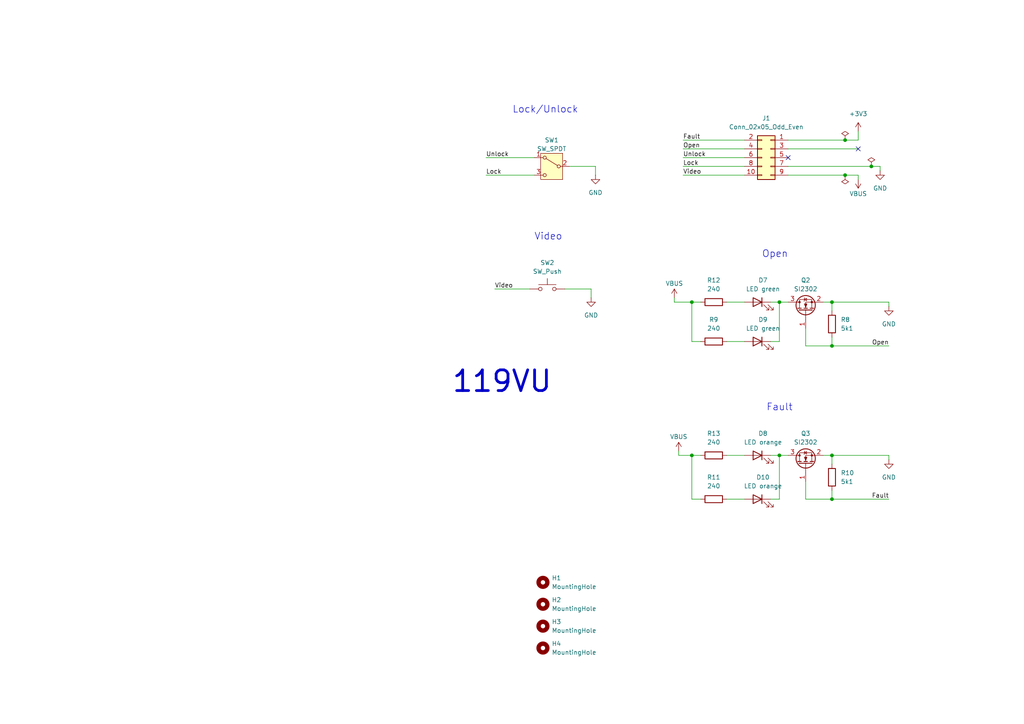
<source format=kicad_sch>
(kicad_sch (version 20231120) (generator "eeschema") (generator_version "8.0")
  (paper "A4")
  (lib_symbols
    (symbol "Connector_Generic:Conn_02x05_Odd_Even" (pin_names (offset 1.016) hide)
      (property "Reference" "J" (at 1.27 7.62 0))
      (property "Value" "Conn_02x05_Odd_Even" (at 1.27 -7.62 0))
      (symbol "Conn_02x05_Odd_Even_1_1"
        (rectangle (start -1.27 -4.953) (end 0 -5.207) (stroke (width 0.1524)))
        (rectangle (start -1.27 -2.413) (end 0 -2.667) (stroke (width 0.1524)))
        (rectangle (start -1.27 0.127) (end 0 -0.127) (stroke (width 0.1524)))
        (rectangle (start -1.27 2.667) (end 0 2.413) (stroke (width 0.1524)))
        (rectangle (start -1.27 5.207) (end 0 4.953) (stroke (width 0.1524)))
        (rectangle (start -1.27 6.35) (end 3.81 -6.35) (stroke (width 0.254)) (fill (type background)))
        (rectangle (start 3.81 -4.953) (end 2.54 -5.207) (stroke (width 0.1524)))
        (rectangle (start 3.81 -2.413) (end 2.54 -2.667) (stroke (width 0.1524)))
        (rectangle (start 3.81 0.127) (end 2.54 -0.127) (stroke (width 0.1524)))
        (rectangle (start 3.81 2.667) (end 2.54 2.413) (stroke (width 0.1524)))
        (rectangle (start 3.81 5.207) (end 2.54 4.953) (stroke (width 0.1524)))
        (pin passive line (at -5.08 5.08 0) (length 3.81) (name "Pin_1") (number "1"))
        (pin passive line (at 7.62 -5.08 180) (length 3.81) (name "Pin_10") (number "10"))
        (pin passive line (at 7.62 5.08 180) (length 3.81) (name "Pin_2") (number "2"))
        (pin passive line (at -5.08 2.54 0) (length 3.81) (name "Pin_3") (number "3"))
        (pin passive line (at 7.62 2.54 180) (length 3.81) (name "Pin_4") (number "4"))
        (pin passive line (at -5.08 0 0) (length 3.81) (name "Pin_5") (number "5"))
        (pin passive line (at 7.62 0 180) (length 3.81) (name "Pin_6") (number "6"))
        (pin passive line (at -5.08 -2.54 0) (length 3.81) (name "Pin_7") (number "7"))
        (pin passive line (at 7.62 -2.54 180) (length 3.81) (name "Pin_8") (number "8"))
        (pin passive line (at -5.08 -5.08 0) (length 3.81) (name "Pin_9") (number "9"))
      )
    )
    (symbol "Device:LED" (pin_numbers hide) (pin_names (offset 1.016) hide)
      (property "Reference" "D" (at 0 2.54 0))
      (property "Value" "LED" (at 0 -2.54 0))
      (symbol "LED_0_1"
        (polyline (pts (xy -1.27 -1.27) (xy -1.27 1.27)) (stroke (width 0.254)))
        (polyline (pts (xy -1.27 0) (xy 1.27 0)))
        (polyline (pts (xy 1.27 -1.27) (xy 1.27 1.27) (xy -1.27 0) (xy 1.27 -1.27)) (stroke (width 0.254)))
        (polyline (pts (xy -3.048 -0.762) (xy -4.572 -2.286) (xy -3.81 -2.286) (xy -4.572 -2.286) (xy -4.572 -1.524)))
        (polyline (pts (xy -1.778 -0.762) (xy -3.302 -2.286) (xy -2.54 -2.286) (xy -3.302 -2.286) (xy -3.302 -1.524)))
      )
      (symbol "LED_1_1"
        (pin passive line (at -3.81 0 0) (length 2.54) (name "K") (number "1"))
        (pin passive line (at 3.81 0 180) (length 2.54) (name "A") (number "2"))
      )
    )
    (symbol "Device:R" (pin_numbers hide) (pin_names (offset 0))
      (property "Reference" "R" (at 2.032 0 90))
      (property "Value" "R" (at 0 0 90))
      (symbol "R_0_1"
        (rectangle (start -1.016 -2.54) (end 1.016 2.54) (stroke (width 0.254)))
      )
      (symbol "R_1_1"
        (pin passive line (at 0 3.81 270) (length 1.27) (name "~") (number "1"))
        (pin passive line (at 0 -3.81 90) (length 1.27) (name "~") (number "2"))
      )
    )
    (symbol "GND_1" (power) (pin_numbers hide) (pin_names (offset 0) hide)
      (property "Value" "GND" (at 0 -3.81 0))
      (symbol "GND_1_0_1"
        (polyline (pts (xy 0 0) (xy 0 -1.27) (xy 1.27 -1.27) (xy 0 -2.54) (xy -1.27 -1.27) (xy 0 -1.27)))
      )
      (symbol "GND_1_1_1"
        (pin power_in line (at 0 0 270) (length 0) (name "~") (number "1"))
      )
    )
    (symbol "GND_2" (power) (pin_numbers hide) (pin_names (offset 0) hide)
      (property "Value" "GND" (at 0 -3.81 0))
      (symbol "GND_2_0_1"
        (polyline (pts (xy 0 0) (xy 0 -1.27) (xy 1.27 -1.27) (xy 0 -2.54) (xy -1.27 -1.27) (xy 0 -1.27)))
      )
      (symbol "GND_2_1_1"
        (pin power_in line (at 0 0 270) (length 0) (name "~") (number "1"))
      )
    )
    (symbol "Mechanical:MountingHole" (pin_names (offset 1.016))
      (property "Reference" "H" (at 0 5.08 0))
      (property "Value" "MountingHole" (at 0 3.175 0))
      (symbol "MountingHole_0_1"
        (circle (center 0 0) (radius 1.27) (stroke (width 1.27)))
      )
    )
    (symbol "Switch:SW_Push" (pin_numbers hide) (pin_names (offset 1.016) hide)
      (property "Reference" "SW" (at 1.27 2.54 0))
      (property "Value" "SW_Push" (at 0 -1.524 0))
      (symbol "SW_Push_0_1"
        (circle (center -2.032 0) (radius 0.508))
        (polyline (pts (xy 0 1.27) (xy 0 3.048)))
        (polyline (pts (xy 2.54 1.27) (xy -2.54 1.27)))
        (circle (center 2.032 0) (radius 0.508))
        (pin passive line (at -5.08 0 0) (length 2.54) (name "1") (number "1"))
        (pin passive line (at 5.08 0 180) (length 2.54) (name "2") (number "2"))
      )
    )
    (symbol "Switch:SW_SPDT" (pin_names (offset 0) hide)
      (property "Reference" "SW" (at 0 5.08 0))
      (property "Value" "SW_SPDT" (at 0 -5.08 0))
      (symbol "SW_SPDT_0_1"
        (circle (center -2.032 0) (radius 0.4572))
        (polyline (pts (xy -1.651 0.254) (xy 1.651 2.286)))
        (circle (center 2.032 -2.54) (radius 0.4572))
        (circle (center 2.032 2.54) (radius 0.4572))
      )
      (symbol "SW_SPDT_1_1"
        (rectangle (start -3.175 3.81) (end 3.175 -3.81) (fill (type background)))
        (pin passive line (at 5.08 2.54 180) (length 2.54) (name "A") (number "1"))
        (pin passive line (at -5.08 0 0) (length 2.54) (name "B") (number "2"))
        (pin passive line (at 5.08 -2.54 180) (length 2.54) (name "C") (number "3"))
      )
    )
    (symbol "Transistor_FET:2N7002K" (pin_names hide)
      (property "Reference" "Q" (at 5.08 1.905 0))
      (property "Value" "2N7002K" (at 5.08 0 0))
      (symbol "2N7002K_0_1"
        (polyline (pts (xy 0.254 0) (xy -2.54 0)))
        (polyline (pts (xy 0.254 1.905) (xy 0.254 -1.905)) (stroke (width 0.254)))
        (polyline (pts (xy 0.762 -1.27) (xy 0.762 -2.286)) (stroke (width 0.254)))
        (polyline (pts (xy 0.762 0.508) (xy 0.762 -0.508)) (stroke (width 0.254)))
        (polyline (pts (xy 0.762 2.286) (xy 0.762 1.27)) (stroke (width 0.254)))
        (polyline (pts (xy 2.54 2.54) (xy 2.54 1.778)))
        (polyline (pts (xy 2.54 -2.54) (xy 2.54 0) (xy 0.762 0)))
        (polyline (pts (xy 0.762 -1.778) (xy 3.302 -1.778) (xy 3.302 1.778) (xy 0.762 1.778)))
        (polyline (pts (xy 1.016 0) (xy 2.032 0.381) (xy 2.032 -0.381) (xy 1.016 0)) (fill (type outline)))
        (polyline (pts (xy 2.794 0.508) (xy 2.921 0.381) (xy 3.683 0.381) (xy 3.81 0.254)))
        (polyline (pts (xy 3.302 0.381) (xy 2.921 -0.254) (xy 3.683 -0.254) (xy 3.302 0.381)))
        (circle (center 1.651 0) (radius 2.794) (stroke (width 0.254)))
        (circle (center 2.54 -1.778) (radius 0.254) (fill (type outline)))
        (circle (center 2.54 1.778) (radius 0.254) (fill (type outline)))
      )
      (symbol "2N7002K_1_1"
        (pin input line (at -5.08 0 0) (length 2.54) (name "G") (number "1"))
        (pin passive line (at 2.54 -5.08 90) (length 2.54) (name "S") (number "2"))
        (pin passive line (at 2.54 5.08 270) (length 2.54) (name "D") (number "3"))
      )
    )
    (symbol "VBUS_1" (power) (pin_numbers hide) (pin_names (offset 0) hide)
      (property "Value" "VBUS" (at 0 3.556 0))
      (symbol "VBUS_1_0_1"
        (polyline (pts (xy -0.762 1.27) (xy 0 2.54)))
        (polyline (pts (xy 0 0) (xy 0 2.54)))
        (polyline (pts (xy 0 2.54) (xy 0.762 1.27)))
      )
      (symbol "VBUS_1_1_1"
        (pin power_in line (at 0 0 90) (length 0) (name "~") (number "1"))
      )
    )
    (symbol "VBUS_2" (power) (pin_numbers hide) (pin_names (offset 0) hide)
      (property "Value" "VBUS" (at 0 3.556 0))
      (symbol "VBUS_2_0_1"
        (polyline (pts (xy -0.762 1.27) (xy 0 2.54)))
        (polyline (pts (xy 0 0) (xy 0 2.54)))
        (polyline (pts (xy 0 2.54) (xy 0.762 1.27)))
      )
      (symbol "VBUS_2_1_1"
        (pin power_in line (at 0 0 90) (length 0) (name "~") (number "1"))
      )
    )
    (symbol "power:+3V3" (power) (pin_numbers hide) (pin_names (offset 0) hide)
      (property "Value" "+3V3" (at 0 3.556 0))
      (symbol "+3V3_0_1"
        (polyline (pts (xy -0.762 1.27) (xy 0 2.54)))
        (polyline (pts (xy 0 0) (xy 0 2.54)))
        (polyline (pts (xy 0 2.54) (xy 0.762 1.27)))
      )
      (symbol "+3V3_1_1"
        (pin power_in line (at 0 0 90) (length 0) (name "~") (number "1"))
      )
    )
    (symbol "power:GND" (power) (pin_numbers hide) (pin_names (offset 0) hide)
      (property "Value" "GND" (at 0 -3.81 0))
      (symbol "GND_0_1"
        (polyline (pts (xy 0 0) (xy 0 -1.27) (xy 1.27 -1.27) (xy 0 -2.54) (xy -1.27 -1.27) (xy 0 -1.27)))
      )
      (symbol "GND_1_1"
        (pin power_in line (at 0 0 270) (length 0) (name "~") (number "1"))
      )
    )
    (symbol "power:PWR_FLAG" (power) (pin_numbers hide) (pin_names (offset 0) hide)
      (property "Value" "PWR_FLAG" (at 0 3.81 0))
      (symbol "PWR_FLAG_0_0"
        (pin power_out line (at 0 0 90) (length 0) (name "~") (number "1"))
      )
      (symbol "PWR_FLAG_0_1"
        (polyline (pts (xy 0 0) (xy 0 1.27) (xy -1.016 1.905) (xy 0 2.54) (xy 1.016 1.905) (xy 0 1.27)))
      )
    )
    (symbol "power:VBUS" (power) (pin_numbers hide) (pin_names (offset 0) hide)
      (property "Value" "VBUS" (at 0 3.556 0))
      (symbol "VBUS_0_1"
        (polyline (pts (xy -0.762 1.27) (xy 0 2.54)))
        (polyline (pts (xy 0 0) (xy 0 2.54)))
        (polyline (pts (xy 0 2.54) (xy 0.762 1.27)))
      )
      (symbol "VBUS_1_1"
        (pin power_in line (at 0 0 90) (length 0) (name "~") (number "1"))
      )
    )
  )
  (junction (at 241.3 132.08))
  (junction (at 226.06 132.08))
  (junction (at 241.3 100.33))
  (junction (at 200.66 87.63))
  (junction (at 241.3 144.78))
  (junction (at 241.3 87.63))
  (junction (at 245.11 50.8))
  (junction (at 252.73 48.26))
  (junction (at 245.11 40.64))
  (junction (at 226.06 87.63))
  (junction (at 200.66 132.08))
  (no_connect (at 228.6 45.72))
  (no_connect (at 248.92 43.18))
  (wire (pts (xy 241.3 144.78) (xy 257.81 144.78)))
  (wire (pts (xy 257.81 133.35) (xy 257.81 132.08)))
  (wire (pts (xy 140.97 50.8) (xy 154.94 50.8)))
  (wire (pts (xy 196.85 132.08) (xy 200.66 132.08)))
  (wire (pts (xy 165.1 48.26) (xy 172.72 48.26)))
  (wire (pts (xy 241.3 87.63) (xy 241.3 90.17)))
  (wire (pts (xy 233.68 139.7) (xy 233.68 144.78)))
  (wire (pts (xy 210.82 132.08) (xy 215.9 132.08)))
  (wire (pts (xy 198.12 40.64) (xy 215.9 40.64)))
  (wire (pts (xy 233.68 95.25) (xy 233.68 100.33)))
  (wire (pts (xy 248.92 38.1) (xy 248.92 40.64)))
  (wire (pts (xy 241.3 100.33) (xy 257.81 100.33)))
  (wire (pts (xy 172.72 48.26) (xy 172.72 50.8)))
  (wire (pts (xy 226.06 87.63) (xy 228.6 87.63)))
  (wire (pts (xy 198.12 50.8) (xy 215.9 50.8)))
  (wire (pts (xy 226.06 87.63) (xy 226.06 99.06)))
  (wire (pts (xy 140.97 45.72) (xy 154.94 45.72)))
  (wire (pts (xy 238.76 87.63) (xy 241.3 87.63)))
  (wire (pts (xy 210.82 87.63) (xy 215.9 87.63)))
  (wire (pts (xy 245.11 50.8) (xy 248.92 50.8)))
  (wire (pts (xy 210.82 99.06) (xy 215.9 99.06)))
  (wire (pts (xy 223.52 87.63) (xy 226.06 87.63)))
  (wire (pts (xy 228.6 48.26) (xy 252.73 48.26)))
  (wire (pts (xy 226.06 132.08) (xy 228.6 132.08)))
  (wire (pts (xy 171.45 83.82) (xy 171.45 86.36)))
  (wire (pts (xy 228.6 50.8) (xy 245.11 50.8)))
  (wire (pts (xy 255.27 48.26) (xy 255.27 49.53)))
  (wire (pts (xy 163.83 83.82) (xy 171.45 83.82)))
  (wire (pts (xy 200.66 132.08) (xy 203.2 132.08)))
  (wire (pts (xy 223.52 144.78) (xy 226.06 144.78)))
  (wire (pts (xy 200.66 87.63) (xy 203.2 87.63)))
  (wire (pts (xy 248.92 52.07) (xy 248.92 50.8)))
  (wire (pts (xy 238.76 132.08) (xy 241.3 132.08)))
  (wire (pts (xy 257.81 87.63) (xy 241.3 87.63)))
  (wire (pts (xy 228.6 43.18) (xy 248.92 43.18)))
  (wire (pts (xy 198.12 48.26) (xy 215.9 48.26)))
  (wire (pts (xy 257.81 88.9) (xy 257.81 87.63)))
  (wire (pts (xy 226.06 144.78) (xy 226.06 132.08)))
  (wire (pts (xy 198.12 45.72) (xy 215.9 45.72)))
  (wire (pts (xy 223.52 99.06) (xy 226.06 99.06)))
  (wire (pts (xy 257.81 132.08) (xy 241.3 132.08)))
  (wire (pts (xy 228.6 40.64) (xy 245.11 40.64)))
  (wire (pts (xy 252.73 48.26) (xy 255.27 48.26)))
  (wire (pts (xy 245.11 40.64) (xy 248.92 40.64)))
  (wire (pts (xy 210.82 144.78) (xy 215.9 144.78)))
  (wire (pts (xy 233.68 100.33) (xy 241.3 100.33)))
  (wire (pts (xy 203.2 144.78) (xy 200.66 144.78)))
  (wire (pts (xy 196.85 132.08) (xy 196.85 130.81)))
  (wire (pts (xy 203.2 99.06) (xy 200.66 99.06)))
  (wire (pts (xy 233.68 144.78) (xy 241.3 144.78)))
  (wire (pts (xy 241.3 142.24) (xy 241.3 144.78)))
  (wire (pts (xy 223.52 132.08) (xy 226.06 132.08)))
  (wire (pts (xy 195.58 87.63) (xy 200.66 87.63)))
  (wire (pts (xy 241.3 132.08) (xy 241.3 134.62)))
  (wire (pts (xy 143.51 83.82) (xy 153.67 83.82)))
  (wire (pts (xy 195.58 87.63) (xy 195.58 86.36)))
  (wire (pts (xy 200.66 144.78) (xy 200.66 132.08)))
  (wire (pts (xy 198.12 43.18) (xy 215.9 43.18)))
  (wire (pts (xy 200.66 99.06) (xy 200.66 87.63)))
  (wire (pts (xy 241.3 97.79) (xy 241.3 100.33)))
  (text "Video" (at 154.94 69.85 0) (effects (font (size 2 2)) (justify left bottom)))
  (text "Fault" (at 222.25 119.38 0) (effects (font (size 2 2)) (justify left bottom)))
  (text "119VU" (at 130.81 114.3 0) (effects (font (size 6 6) (thickness 0.8) (bold yes)) (justify left bottom)))
  (text "Lock/Unlock" (at 148.59 33.02 0) (effects (font (size 2 2)) (justify left bottom)))
  (text "Open" (at 220.98 74.93 0) (effects (font (size 2 2)) (justify left bottom)))
  (label "Video" (at 143.51 83.82 0))
  (label "Lock" (at 140.97 50.8 0))
  (label "Open" (at 198.12 43.18 0))
  (label "Fault" (at 198.12 40.64 0))
  (label "Open" (at 257.81 100.33 180))
  (label "Unlock" (at 198.12 45.72 0))
  (label "Lock" (at 198.12 48.26 0))
  (label "Fault" (at 257.81 144.78 180))
  (label "Video" (at 198.12 50.8 0))
  (label "Unlock" (at 140.97 45.72 0))
  (symbol (lib_name "VBUS_2") (lib_id "power:VBUS") (at 196.85 130.81 0) (unit 1)
    (property "Reference" "#PWR05" (effects (hide yes)))
    (property "Value" "VBUS" (at 196.85 126.6769 0))
    (property "Description" "Power symbol creates a global label with name \"VBUS\"" (effects (hide yes)))
  )
  (symbol (lib_id "power:PWR_FLAG") (at 252.73 48.26 0) (unit 1)
    (property "Reference" "#FLG03" (effects (hide yes)))
    (property "Value" "PWR_FLAG" (effects (hide yes)))
    (property "Description" "Special symbol for telling ERC where power comes from" (effects (hide yes)))
  )
  (symbol (lib_id "power:GND") (at 172.72 50.8 0) (unit 1)
    (property "Reference" "#PWR01" (effects (hide yes)))
    (property "Value" "GND" (at 172.72 55.88 0))
    (property "Description" "Power symbol creates a global label with name \"GND\" , ground" (effects (hide yes)))
  )
  (symbol (lib_id "Transistor_FET:2N7002K") (at 233.68 134.62 90) (unit 1)
    (property "Reference" "Q3" (at 233.68 125.73 90))
    (property "Value" "SI2302" (at 233.68 128.27 90))
    (property "Footprint" "Package_TO_SOT_SMD:SOT-23" (effects (hide yes)))
    (property "Datasheet" "https://www.diodes.com/assets/Datasheets/ds30896.pdf" (effects (hide yes)))
    (property "Description" "0.38A Id, 60V Vds, N-Channel MOSFET, SOT-23" (effects (hide yes)))
    (property "Manufracturer" "YONGYUTAI" (effects (hide yes)))
    (property "Manufracturer Part Number" "SI2302" (effects (hide yes)))
    (property "JLCPCB Part" "C2891732" (effects (hide yes)))
  )
  (symbol (lib_id "Mechanical:MountingHole") (at 157.48 181.61 0) (unit 1) (in_bom no)
    (property "Reference" "H3" (at 160.02 180.34 0) (effects (justify left)))
    (property "Value" "MountingHole" (at 160.02 182.88 0) (effects (justify left)))
    (property "Footprint" "MountingHole:MountingHole_2.2mm_M2" (effects (hide yes)))
  )
  (symbol (lib_id "Mechanical:MountingHole") (at 157.48 175.26 0) (unit 1) (in_bom no)
    (property "Reference" "H2" (at 160.02 173.99 0) (effects (justify left)))
    (property "Value" "MountingHole" (at 160.02 176.53 0) (effects (justify left)))
    (property "Footprint" "MountingHole:MountingHole_2.2mm_M2" (effects (hide yes)))
  )
  (symbol (lib_id "power:+3V3") (at 248.92 38.1 0) (unit 1)
    (property "Reference" "#PWR014" (effects (hide yes)))
    (property "Value" "+3V3" (at 248.92 33.02 0))
    (property "Description" "Power symbol creates a global label with name \"+3V3\"" (effects (hide yes)))
  )
  (symbol (lib_id "Mechanical:MountingHole") (at 157.48 187.96 0) (unit 1) (in_bom no)
    (property "Reference" "H4" (at 160.02 186.69 0) (effects (justify left)))
    (property "Value" "MountingHole" (at 160.02 189.23 0) (effects (justify left)))
    (property "Footprint" "MountingHole:MountingHole_2.2mm_M2" (effects (hide yes)))
  )
  (symbol (lib_id "power:GND") (at 171.45 86.36 0) (unit 1)
    (property "Reference" "#PWR02" (effects (hide yes)))
    (property "Value" "GND" (at 171.45 91.44 0))
    (property "Description" "Power symbol creates a global label with name \"GND\" , ground" (effects (hide yes)))
  )
  (symbol (lib_id "Switch:SW_SPDT") (at 160.02 48.26 0) (mirror y) (unit 1)
    (property "Reference" "SW1" (at 160.02 40.64 0))
    (property "Value" "SW_SPDT" (at 160.02 43.18 0))
    (property "Footprint" "NiasStuff:SW_SPDT_YUEN-FUNG_ST-0-103-A01-T000-RS" (effects (hide yes)))
    (property "Description" "Switch, single pole double throw" (effects (hide yes)))
    (property "JLCPCB Part" "C1788488" (effects (hide yes)))
    (property "Manufracturer" "YUEN FUNG" (effects (hide yes)))
    (property "Manufracturer Part Number" "ST-0-103-A01-T000-RS" (effects (hide yes)))
  )
  (symbol (lib_id "Device:R") (at 207.01 99.06 90) (unit 1)
    (property "Reference" "R9" (at 207.01 92.71 90))
    (property "Value" "240" (at 207.01 95.25 90))
    (property "Footprint" "Resistor_SMD:R_0805_2012Metric" (effects (hide yes)))
    (property "Datasheet" "https://www.lcsc.com/datasheet/lcsc_datasheet_2206010200_UNI-ROYAL-Uniroyal-Elec-0805W8F2400T5E_C17572.pdf" (effects (hide yes)))
    (property "JLCPCB Part" "C17572" (effects (hide yes)))
    (property "Manufracturer" "UNI-ROYAL(Uniroyal Elec)" (effects (hide yes)))
    (property "Manufracturer Part Number" "0805W8F2400T5E" (effects (hide yes)))
  )
  (symbol (lib_id "power:PWR_FLAG") (at 245.11 40.64 0) (unit 1)
    (property "Reference" "#FLG01" (effects (hide yes)))
    (property "Value" "PWR_FLAG" (effects (hide yes)))
    (property "Description" "Special symbol for telling ERC where power comes from" (effects (hide yes)))
  )
  (symbol (lib_id "Device:LED") (at 219.71 99.06 0) (mirror y) (unit 1)
    (property "Reference" "D9" (at 221.2975 92.71 0))
    (property "Value" "LED green" (at 221.2975 95.25 0))
    (property "Footprint" "LED_SMD:LED_0805_2012Metric" (effects (hide yes)))
    (property "Datasheet" "https://www.lcsc.com/datasheet/lcsc_datasheet_2402181505_XINGLIGHT-XL-2012SYGC_C965816.pdf" (effects (hide yes)))
    (property "JLCPCB Part" "C965816" (effects (hide yes)))
    (property "Manufracturer" "XINGLIGHT" (effects (hide yes)))
    (property "Manufracturer Part Number" "XL-2012SYGC" (effects (hide yes)))
  )
  (symbol (lib_id "Device:R") (at 207.01 87.63 90) (unit 1)
    (property "Reference" "R12" (at 207.01 81.28 90))
    (property "Value" "240" (at 207.01 83.82 90))
    (property "Footprint" "Resistor_SMD:R_0805_2012Metric" (effects (hide yes)))
    (property "Datasheet" "https://www.lcsc.com/datasheet/lcsc_datasheet_2206010200_UNI-ROYAL-Uniroyal-Elec-0805W8F2400T5E_C17572.pdf" (effects (hide yes)))
    (property "JLCPCB Part" "C17572" (effects (hide yes)))
    (property "Manufracturer" "UNI-ROYAL(Uniroyal Elec)" (effects (hide yes)))
    (property "Manufracturer Part Number" "0805W8F2400T5E" (effects (hide yes)))
  )
  (symbol (lib_id "Connector_Generic:Conn_02x05_Odd_Even") (at 223.52 45.72 0) (mirror y) (unit 1)
    (property "Reference" "J1" (at 222.25 34.29 0))
    (property "Value" "Conn_02x05_Odd_Even" (at 222.25 36.83 0))
    (property "Footprint" "Connector_IDC:IDC-Header_2x05_P2.54mm_Vertical" (effects (hide yes)))
    (property "Datasheet" "https://www.lcsc.com/datasheet/lcsc_datasheet_1810281612_BOOMELE-Boom-Precision-Elec-2-54-2-5P_C5665.pdf" (effects (hide yes)))
    (property "JLCPCB Part" "C5665" (effects (hide yes)))
    (property "Manufracturer" "BOOMELE(Boom Precision Elec)" (effects (hide yes)))
    (property "Manufracturer Part Number" "2.54-2*5P" (effects (hide yes)))
  )
  (symbol (lib_id "power:PWR_FLAG") (at 245.11 50.8 180) (unit 1)
    (property "Reference" "#FLG02" (effects (hide yes)))
    (property "Value" "PWR_FLAG" (effects (hide yes)))
    (property "Description" "Special symbol for telling ERC where power comes from" (effects (hide yes)))
  )
  (symbol (lib_id "Device:R") (at 241.3 93.98 180) (unit 1)
    (property "Reference" "R8" (at 243.84 92.71 0) (effects (justify right)))
    (property "Value" "5k1" (at 243.84 95.25 0) (effects (justify right)))
    (property "Footprint" "Resistor_SMD:R_0603_1608Metric" (effects (hide yes)))
    (property "Datasheet" "https://www.lcsc.com/datasheet/lcsc_datasheet_2206010116_UNI-ROYAL-Uniroyal-Elec-0603WAF5101T5E_C23186.pdf" (effects (hide yes)))
    (property "JLCPCB Part" "C23186" (effects (hide yes)))
    (property "Manufracturer" "UNI-ROYAL(Uniroyal Elec)" (effects (hide yes)))
    (property "Manufracturer Part Number" "0603WAF5101T5E" (effects (hide yes)))
  )
  (symbol (lib_name "GND_2") (lib_id "power:GND") (at 257.81 133.35 0) (unit 1)
    (property "Reference" "#PWR06" (effects (hide yes)))
    (property "Value" "GND" (at 257.81 138.43 0))
    (property "Description" "Power symbol creates a global label with name \"GND\" , ground" (effects (hide yes)))
  )
  (symbol (lib_id "Device:LED") (at 219.71 144.78 0) (mirror y) (unit 1)
    (property "Reference" "D10" (at 221.2975 138.43 0))
    (property "Value" "LED orange" (at 221.2975 140.97 0))
    (property "Footprint" "LED_SMD:LED_0603_1608Metric" (effects (hide yes)))
    (property "Datasheet" "https://datasheet.lcsc.com/lcsc/1810201530_BrtLed-Bright-LED-Elec-BL-HKC36G-AV-TRB_C165981.pdf" (effects (hide yes)))
    (property "JLCPCB Part" "C165981" (effects (hide yes)))
    (property "Manufracturer" "BrtLed(Bright LED Elec)" (effects (hide yes)))
    (property "Manufracturer Part Number" "BL-HKC36G-AV-TRB" (effects (hide yes)))
  )
  (symbol (lib_id "power:GND") (at 255.27 49.53 0) (unit 1)
    (property "Reference" "#PWR016" (effects (hide yes)))
    (property "Value" "GND" (at 255.27 54.61 0))
    (property "Description" "Power symbol creates a global label with name \"GND\" , ground" (effects (hide yes)))
  )
  (symbol (lib_name "GND_1") (lib_id "power:GND") (at 257.81 88.9 0) (unit 1)
    (property "Reference" "#PWR03" (effects (hide yes)))
    (property "Value" "GND" (at 257.81 93.98 0))
    (property "Description" "Power symbol creates a global label with name \"GND\" , ground" (effects (hide yes)))
  )
  (symbol (lib_id "Device:R") (at 241.3 138.43 180) (unit 1)
    (property "Reference" "R10" (at 243.84 137.16 0) (effects (justify right)))
    (property "Value" "5k1" (at 243.84 139.7 0) (effects (justify right)))
    (property "Footprint" "Resistor_SMD:R_0603_1608Metric" (effects (hide yes)))
    (property "Datasheet" "https://www.lcsc.com/datasheet/lcsc_datasheet_2206010116_UNI-ROYAL-Uniroyal-Elec-0603WAF5101T5E_C23186.pdf" (effects (hide yes)))
    (property "JLCPCB Part" "C23186" (effects (hide yes)))
    (property "Manufracturer" "UNI-ROYAL(Uniroyal Elec)" (effects (hide yes)))
    (property "Manufracturer Part Number" "0603WAF5101T5E" (effects (hide yes)))
  )
  (symbol (lib_id "Switch:SW_Push") (at 158.75 83.82 0) (unit 1)
    (property "Reference" "SW2" (at 158.75 76.2 0))
    (property "Value" "SW_Push" (at 158.75 78.74 0))
    (property "Footprint" "Button_Switch_SMD:SW_Push_1TS009xxxx-xxxx-xxxx_6x6x5mm" (effects (hide yes)))
    (property "Datasheet" "https://www.lcsc.com/datasheet/lcsc_datasheet_1811151231_HYP--Hongyuan-Precision-1TS009A-1800-5000-CT_C319409.pdf" (effects (hide yes)))
    (property "JLCPCB Part" "C319409" (effects (hide yes)))
    (property "Manufracturer" "HYP (Hongyuan Precision)" (effects (hide yes)))
    (property "Manufracturer Part Number" "1TS009A-1800-5000-CT" (effects (hide yes)))
  )
  (symbol (lib_id "Transistor_FET:2N7002K") (at 233.68 90.17 90) (unit 1)
    (property "Reference" "Q2" (at 233.68 81.28 90))
    (property "Value" "SI2302" (at 233.68 83.82 90))
    (property "Footprint" "Package_TO_SOT_SMD:SOT-23" (effects (hide yes)))
    (property "Datasheet" "https://www.diodes.com/assets/Datasheets/ds30896.pdf" (effects (hide yes)))
    (property "Description" "0.38A Id, 60V Vds, N-Channel MOSFET, SOT-23" (effects (hide yes)))
    (property "Manufracturer" "YONGYUTAI" (effects (hide yes)))
    (property "Manufracturer Part Number" "SI2302" (effects (hide yes)))
    (property "JLCPCB Part" "C2891732" (effects (hide yes)))
  )
  (symbol (lib_id "Mechanical:MountingHole") (at 157.48 168.91 0) (unit 1) (in_bom no)
    (property "Reference" "H1" (at 160.02 167.64 0) (effects (justify left)))
    (property "Value" "MountingHole" (at 160.02 170.18 0) (effects (justify left)))
    (property "Footprint" "MountingHole:MountingHole_2.2mm_M2" (effects (hide yes)))
  )
  (symbol (lib_id "Device:LED") (at 219.71 132.08 0) (mirror y) (unit 1)
    (property "Reference" "D8" (at 221.2975 125.73 0))
    (property "Value" "LED orange" (at 221.2975 128.27 0))
    (property "Footprint" "LED_SMD:LED_0603_1608Metric" (effects (hide yes)))
    (property "Datasheet" "https://datasheet.lcsc.com/lcsc/1810201530_BrtLed-Bright-LED-Elec-BL-HKC36G-AV-TRB_C165981.pdf" (effects (hide yes)))
    (property "JLCPCB Part" "C165981" (effects (hide yes)))
    (property "Manufracturer" "BrtLed(Bright LED Elec)" (effects (hide yes)))
    (property "Manufracturer Part Number" "BL-HKC36G-AV-TRB" (effects (hide yes)))
  )
  (symbol (lib_id "power:VBUS") (at 248.92 52.07 180) (unit 1)
    (property "Reference" "#PWR015" (effects (hide yes)))
    (property "Value" "VBUS" (at 248.92 56.2031 0))
    (property "Description" "Power symbol creates a global label with name \"VBUS\"" (effects (hide yes)))
  )
  (symbol (lib_id "Device:R") (at 207.01 132.08 90) (unit 1)
    (property "Reference" "R13" (at 207.01 125.73 90))
    (property "Value" "240" (at 207.01 128.27 90))
    (property "Footprint" "Resistor_SMD:R_0805_2012Metric" (effects (hide yes)))
    (property "Datasheet" "https://www.lcsc.com/datasheet/lcsc_datasheet_2206010200_UNI-ROYAL-Uniroyal-Elec-0805W8F2400T5E_C17572.pdf" (effects (hide yes)))
    (property "JLCPCB Part" "C17572" (effects (hide yes)))
    (property "Manufracturer" "UNI-ROYAL(Uniroyal Elec)" (effects (hide yes)))
    (property "Manufracturer Part Number" "0805W8F2400T5E" (effects (hide yes)))
  )
  (symbol (lib_id "Device:R") (at 207.01 144.78 90) (unit 1)
    (property "Reference" "R11" (at 207.01 138.43 90))
    (property "Value" "240" (at 207.01 140.97 90))
    (property "Footprint" "Resistor_SMD:R_0805_2012Metric" (effects (hide yes)))
    (property "Datasheet" "https://www.lcsc.com/datasheet/lcsc_datasheet_2206010200_UNI-ROYAL-Uniroyal-Elec-0805W8F2400T5E_C17572.pdf" (effects (hide yes)))
    (property "JLCPCB Part" "C17572" (effects (hide yes)))
    (property "Manufracturer" "UNI-ROYAL(Uniroyal Elec)" (effects (hide yes)))
    (property "Manufracturer Part Number" "0805W8F2400T5E" (effects (hide yes)))
  )
  (symbol (lib_name "VBUS_1") (lib_id "power:VBUS") (at 195.58 86.36 0) (unit 1)
    (property "Reference" "#PWR04" (effects (hide yes)))
    (property "Value" "VBUS" (at 195.58 82.2269 0))
    (property "Description" "Power symbol creates a global label with name \"VBUS\"" (effects (hide yes)))
  )
  (symbol (lib_id "Device:LED") (at 219.71 87.63 0) (mirror y) (unit 1)
    (property "Reference" "D7" (at 221.2975 81.28 0))
    (property "Value" "LED green" (at 221.2975 83.82 0))
    (property "Footprint" "LED_SMD:LED_0805_2012Metric" (effects (hide yes)))
    (property "Datasheet" "https://www.lcsc.com/datasheet/lcsc_datasheet_2402181505_XINGLIGHT-XL-2012SYGC_C965816.pdf" (effects (hide yes)))
    (property "JLCPCB Part" "C965816" (effects (hide yes)))
    (property "Manufracturer" "XINGLIGHT" (effects (hide yes)))
    (property "Manufracturer Part Number" "XL-2012SYGC" (effects (hide yes)))
  )
)
</source>
